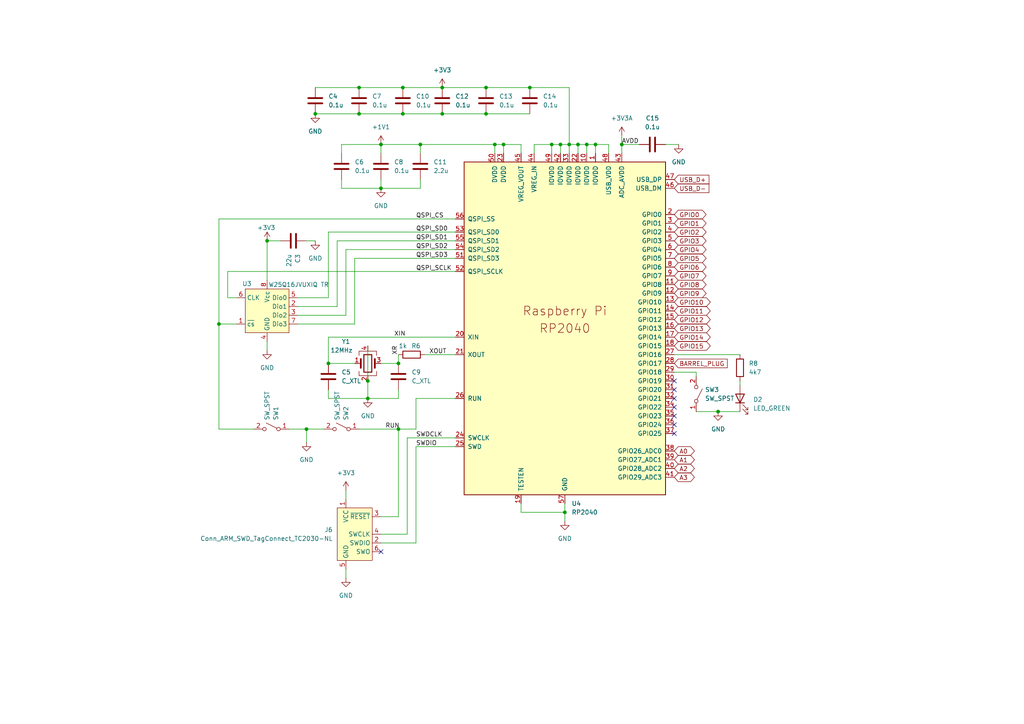
<source format=kicad_sch>
(kicad_sch (version 20231120) (generator "eeschema") (generator_version "8.0")
  (paper "A4")
  (lib_symbols
    (symbol "Connector:Conn_ARM_SWD_TagConnect_TC2030-NL" (in_bom no)
      (property "Reference" "J" (at 2.54 11.43 0))
      (property "Value" "Conn_ARM_SWD_TagConnect_TC2030-NL" (at 2.54 8.89 0))
      (symbol "Conn_ARM_SWD_TagConnect_TC2030-NL_0_0"
        (pin power_in line (at -2.54 10.16 270) (length 2.54) (name "VCC") (number "1"))
        (pin bidirectional line (at 7.62 -2.54 180) (length 2.54) (name "SWDIO") (number "2"))
        (pin open_collector line (at 7.62 5.08 180) (length 2.54) (name "~{RESET}") (number "3"))
        (pin output line (at 7.62 0 180) (length 2.54) (name "SWCLK") (number "4"))
        (pin power_in line (at -2.54 -10.16 90) (length 2.54) (name "GND") (number "5"))
        (pin input line (at 7.62 -5.08 180) (length 2.54) (name "SWO") (number "6"))
      )
      (symbol "Conn_ARM_SWD_TagConnect_TC2030-NL_0_1"
        (rectangle (start -5.08 7.62) (end 5.08 -7.62) (fill (type background)))
      )
    )
    (symbol "Device:C" (pin_numbers hide) (pin_names (offset 0.254))
      (property "Reference" "C" (at 0.635 2.54 0))
      (property "Value" "C" (at 0.635 -2.54 0))
      (symbol "C_0_1"
        (polyline (pts (xy -2.032 -0.762) (xy 2.032 -0.762)) (stroke (width 0.508)))
        (polyline (pts (xy -2.032 0.762) (xy 2.032 0.762)) (stroke (width 0.508)))
      )
      (symbol "C_1_1"
        (pin passive line (at 0 3.81 270) (length 2.794) (name "~") (number "1"))
        (pin passive line (at 0 -3.81 90) (length 2.794) (name "~") (number "2"))
      )
    )
    (symbol "Device:Crystal_GND24" (pin_names (offset 1.016) hide)
      (property "Reference" "Y" (at 3.175 5.08 0))
      (property "Value" "Crystal_GND24" (at 3.175 3.175 0))
      (symbol "Crystal_GND24_0_1"
        (rectangle (start -1.143 2.54) (end 1.143 -2.54) (stroke (width 0.3048)))
        (polyline (pts (xy -2.54 0) (xy -2.032 0)))
        (polyline (pts (xy -2.032 -1.27) (xy -2.032 1.27)) (stroke (width 0.508)))
        (polyline (pts (xy 0 -3.81) (xy 0 -3.556)))
        (polyline (pts (xy 0 3.556) (xy 0 3.81)))
        (polyline (pts (xy 2.032 -1.27) (xy 2.032 1.27)) (stroke (width 0.508)))
        (polyline (pts (xy 2.032 0) (xy 2.54 0)))
        (polyline (pts (xy -2.54 -2.286) (xy -2.54 -3.556) (xy 2.54 -3.556) (xy 2.54 -2.286)))
        (polyline (pts (xy -2.54 2.286) (xy -2.54 3.556) (xy 2.54 3.556) (xy 2.54 2.286)))
      )
      (symbol "Crystal_GND24_1_1"
        (pin passive line (at -3.81 0 0) (length 1.27) (name "1") (number "1"))
        (pin passive line (at 0 5.08 270) (length 1.27) (name "2") (number "2"))
        (pin passive line (at 3.81 0 180) (length 1.27) (name "3") (number "3"))
        (pin passive line (at 0 -5.08 90) (length 1.27) (name "4") (number "4"))
      )
    )
    (symbol "Device:LED" (pin_numbers hide) (pin_names (offset 1.016) hide)
      (property "Reference" "D" (at 0 2.54 0))
      (property "Value" "LED" (at 0 -2.54 0))
      (symbol "LED_0_1"
        (polyline (pts (xy -1.27 -1.27) (xy -1.27 1.27)) (stroke (width 0.254)))
        (polyline (pts (xy -1.27 0) (xy 1.27 0)))
        (polyline (pts (xy 1.27 -1.27) (xy 1.27 1.27) (xy -1.27 0) (xy 1.27 -1.27)) (stroke (width 0.254)))
        (polyline (pts (xy -3.048 -0.762) (xy -4.572 -2.286) (xy -3.81 -2.286) (xy -4.572 -2.286) (xy -4.572 -1.524)))
        (polyline (pts (xy -1.778 -0.762) (xy -3.302 -2.286) (xy -2.54 -2.286) (xy -3.302 -2.286) (xy -3.302 -1.524)))
      )
      (symbol "LED_1_1"
        (pin passive line (at -3.81 0 0) (length 2.54) (name "K") (number "1"))
        (pin passive line (at 3.81 0 180) (length 2.54) (name "A") (number "2"))
      )
    )
    (symbol "Device:R" (pin_numbers hide) (pin_names (offset 0))
      (property "Reference" "R" (at 2.032 0 90))
      (property "Value" "R" (at 0 0 90))
      (symbol "R_0_1"
        (rectangle (start -1.016 -2.54) (end 1.016 2.54) (stroke (width 0.254)))
      )
      (symbol "R_1_1"
        (pin passive line (at 0 3.81 270) (length 1.27) (name "~") (number "1"))
        (pin passive line (at 0 -3.81 90) (length 1.27) (name "~") (number "2"))
      )
    )
    (symbol "MCU_RaspberryPi_and_Boards:256-W25Q16JVUXIQTRCT"
      (property "Reference" "U" (at 14.732 9.144 0))
      (symbol "256-W25Q16JVUXIQTRCT_1_1"
        (rectangle (start -6.35 6.35) (end 6.35 -6.35) (fill (type background)))
        (pin input line (at -8.89 -3.81 0) (length 2.54) (name "~{cs}") (number "1"))
        (pin bidirectional line (at 8.89 1.27 180) (length 2.54) (name "Dio1") (number "2"))
        (pin bidirectional line (at 8.89 -1.27 180) (length 2.54) (name "Dio2") (number "3"))
        (pin power_in line (at 0 -8.89 90) (length 2.54) (name "GND") (number "4"))
        (pin bidirectional line (at 8.89 3.81 180) (length 2.54) (name "Dio0") (number "5"))
        (pin input line (at -8.89 3.81 0) (length 2.54) (name "CLK") (number "6"))
        (pin bidirectional line (at 8.89 -3.81 180) (length 2.54) (name "Dio3") (number "7"))
        (pin power_in line (at 0 8.89 270) (length 2.54) (name "Vcc") (number "8"))
      )
    )
    (symbol "MCU_RaspberryPi_and_Boards:RP2040" (pin_names (offset 1.016))
      (property "Reference" "U" (at -29.21 49.53 0))
      (property "Value" "RP2040" (at 24.13 -49.53 0))
      (symbol "RP2040_0_0"
        (text "Raspberry Pi" (at 0 5.08 0) (effects (font (size 2.54 2.54))))
        (text "RP2040" (at 0 0 0) (effects (font (size 2.54 2.54))))
      )
      (symbol "RP2040_0_1"
        (rectangle (start 29.21 48.26) (end -29.21 -48.26) (stroke (width 0.254)) (fill (type background)))
      )
      (symbol "RP2040_1_1"
        (pin power_in line (at 8.89 50.8 270) (length 2.54) (name "IOVDD") (number "1"))
        (pin power_in line (at 6.35 50.8 270) (length 2.54) (name "IOVDD") (number "10"))
        (pin bidirectional line (at 31.75 12.7 180) (length 2.54) (name "GPIO8") (number "11"))
        (pin bidirectional line (at 31.75 10.16 180) (length 2.54) (name "GPIO9") (number "12"))
        (pin bidirectional line (at 31.75 7.62 180) (length 2.54) (name "GPIO10") (number "13"))
        (pin bidirectional line (at 31.75 5.08 180) (length 2.54) (name "GPIO11") (number "14"))
        (pin bidirectional line (at 31.75 2.54 180) (length 2.54) (name "GPIO12") (number "15"))
        (pin bidirectional line (at 31.75 0 180) (length 2.54) (name "GPIO13") (number "16"))
        (pin bidirectional line (at 31.75 -2.54 180) (length 2.54) (name "GPIO14") (number "17"))
        (pin bidirectional line (at 31.75 -5.08 180) (length 2.54) (name "GPIO15") (number "18"))
        (pin passive line (at -12.7 -50.8 90) (length 2.54) (name "TESTEN") (number "19"))
        (pin bidirectional line (at 31.75 33.02 180) (length 2.54) (name "GPIO0") (number "2"))
        (pin input line (at -31.75 -2.54 0) (length 2.54) (name "XIN") (number "20"))
        (pin passive line (at -31.75 -7.62 0) (length 2.54) (name "XOUT") (number "21"))
        (pin power_in line (at 3.81 50.8 270) (length 2.54) (name "IOVDD") (number "22"))
        (pin power_in line (at -17.78 50.8 270) (length 2.54) (name "DVDD") (number "23"))
        (pin output line (at -31.75 -31.75 0) (length 2.54) (name "SWCLK") (number "24"))
        (pin bidirectional line (at -31.75 -34.29 0) (length 2.54) (name "SWD") (number "25"))
        (pin input line (at -31.75 -20.32 0) (length 2.54) (name "RUN") (number "26"))
        (pin bidirectional line (at 31.75 -7.62 180) (length 2.54) (name "GPIO16") (number "27"))
        (pin bidirectional line (at 31.75 -10.16 180) (length 2.54) (name "GPIO17") (number "28"))
        (pin bidirectional line (at 31.75 -12.7 180) (length 2.54) (name "GPIO18") (number "29"))
        (pin bidirectional line (at 31.75 30.48 180) (length 2.54) (name "GPIO1") (number "3"))
        (pin bidirectional line (at 31.75 -15.24 180) (length 2.54) (name "GPIO19") (number "30"))
        (pin bidirectional line (at 31.75 -17.78 180) (length 2.54) (name "GPIO20") (number "31"))
        (pin bidirectional line (at 31.75 -20.32 180) (length 2.54) (name "GPIO21") (number "32"))
        (pin power_in line (at 1.27 50.8 270) (length 2.54) (name "IOVDD") (number "33"))
        (pin bidirectional line (at 31.75 -22.86 180) (length 2.54) (name "GPIO22") (number "34"))
        (pin bidirectional line (at 31.75 -25.4 180) (length 2.54) (name "GPIO23") (number "35"))
        (pin bidirectional line (at 31.75 -27.94 180) (length 2.54) (name "GPIO24") (number "36"))
        (pin bidirectional line (at 31.75 -30.48 180) (length 2.54) (name "GPIO25") (number "37"))
        (pin bidirectional line (at 31.75 -35.56 180) (length 2.54) (name "GPIO26_ADC0") (number "38"))
        (pin bidirectional line (at 31.75 -38.1 180) (length 2.54) (name "GPIO27_ADC1") (number "39"))
        (pin bidirectional line (at 31.75 27.94 180) (length 2.54) (name "GPIO2") (number "4"))
        (pin bidirectional line (at 31.75 -40.64 180) (length 2.54) (name "GPIO28_ADC2") (number "40"))
        (pin bidirectional line (at 31.75 -43.18 180) (length 2.54) (name "GPIO29_ADC3") (number "41"))
        (pin power_in line (at -1.27 50.8 270) (length 2.54) (name "IOVDD") (number "42"))
        (pin power_in line (at 16.51 50.8 270) (length 2.54) (name "ADC_AVDD") (number "43"))
        (pin power_in line (at -8.89 50.8 270) (length 2.54) (name "VREG_IN") (number "44"))
        (pin power_out line (at -12.7 50.8 270) (length 2.54) (name "VREG_VOUT") (number "45"))
        (pin bidirectional line (at 31.75 40.64 180) (length 2.54) (name "USB_DM") (number "46"))
        (pin bidirectional line (at 31.75 43.18 180) (length 2.54) (name "USB_DP") (number "47"))
        (pin power_in line (at 12.7 50.8 270) (length 2.54) (name "USB_VDD") (number "48"))
        (pin power_in line (at -3.81 50.8 270) (length 2.54) (name "IOVDD") (number "49"))
        (pin bidirectional line (at 31.75 25.4 180) (length 2.54) (name "GPIO3") (number "5"))
        (pin power_in line (at -20.32 50.8 270) (length 2.54) (name "DVDD") (number "50"))
        (pin bidirectional line (at -31.75 20.32 0) (length 2.54) (name "QSPI_SD3") (number "51"))
        (pin output line (at -31.75 16.51 0) (length 2.54) (name "QSPI_SCLK") (number "52"))
        (pin bidirectional line (at -31.75 27.94 0) (length 2.54) (name "QSPI_SD0") (number "53"))
        (pin bidirectional line (at -31.75 22.86 0) (length 2.54) (name "QSPI_SD2") (number "54"))
        (pin bidirectional line (at -31.75 25.4 0) (length 2.54) (name "QSPI_SD1") (number "55"))
        (pin bidirectional line (at -31.75 31.75 0) (length 2.54) (name "QSPI_SS") (number "56"))
        (pin power_in line (at 0 -50.8 90) (length 2.54) (name "GND") (number "57"))
        (pin bidirectional line (at 31.75 22.86 180) (length 2.54) (name "GPIO4") (number "6"))
        (pin bidirectional line (at 31.75 20.32 180) (length 2.54) (name "GPIO5") (number "7"))
        (pin bidirectional line (at 31.75 17.78 180) (length 2.54) (name "GPIO6") (number "8"))
        (pin bidirectional line (at 31.75 15.24 180) (length 2.54) (name "GPIO7") (number "9"))
      )
    )
    (symbol "Switch:SW_SPST" (pin_names (offset 0) hide)
      (property "Reference" "SW" (at 0 3.175 0))
      (property "Value" "SW_SPST" (at 0 -2.54 0))
      (symbol "SW_SPST_0_0"
        (circle (center -2.032 0) (radius 0.508))
        (polyline (pts (xy -1.524 0.254) (xy 1.524 1.778)))
        (circle (center 2.032 0) (radius 0.508))
      )
      (symbol "SW_SPST_1_1"
        (pin passive line (at -5.08 0 0) (length 2.54) (name "A") (number "1"))
        (pin passive line (at 5.08 0 180) (length 2.54) (name "B") (number "2"))
      )
    )
    (symbol "power:+1V1" (power) (pin_names (offset 0))
      (property "Value" "+1V1" (at 0 3.556 0))
      (symbol "+1V1_0_1"
        (polyline (pts (xy -0.762 1.27) (xy 0 2.54)))
        (polyline (pts (xy 0 0) (xy 0 2.54)))
        (polyline (pts (xy 0 2.54) (xy 0.762 1.27)))
      )
      (symbol "+1V1_1_1"
        (pin power_in line (at 0 0 90) (length 0) hide (name "+1V1") (number "1"))
      )
    )
    (symbol "power:+3V3" (power) (pin_names (offset 0))
      (property "Value" "+3V3" (at 0 3.556 0))
      (symbol "+3V3_0_1"
        (polyline (pts (xy -0.762 1.27) (xy 0 2.54)))
        (polyline (pts (xy 0 0) (xy 0 2.54)))
        (polyline (pts (xy 0 2.54) (xy 0.762 1.27)))
      )
      (symbol "+3V3_1_1"
        (pin power_in line (at 0 0 90) (length 0) hide (name "+3V3") (number "1"))
      )
    )
    (symbol "power:GND" (power) (pin_names (offset 0))
      (property "Value" "GND" (at 0 -3.81 0))
      (symbol "GND_0_1"
        (polyline (pts (xy 0 0) (xy 0 -1.27) (xy 1.27 -1.27) (xy 0 -2.54) (xy -1.27 -1.27) (xy 0 -1.27)))
      )
      (symbol "GND_1_1"
        (pin power_in line (at 0 0 270) (length 0) hide (name "GND") (number "1"))
      )
    )
  )
  (junction (at 167.64 41.91))
  (junction (at 153.67 25.4))
  (junction (at 163.83 148.59))
  (junction (at 115.57 124.46))
  (junction (at 146.05 41.91))
  (junction (at 140.97 25.4))
  (junction (at 165.1 41.91))
  (junction (at 95.25 105.41))
  (junction (at 106.68 110.49))
  (junction (at 104.14 33.02))
  (junction (at 106.68 115.57))
  (junction (at 170.18 41.91))
  (junction (at 104.14 25.4))
  (junction (at 63.5 93.98))
  (junction (at 121.92 41.91))
  (junction (at 115.57 105.41))
  (junction (at 143.51 41.91))
  (junction (at 116.84 25.4))
  (junction (at 180.34 41.91))
  (junction (at 160.02 41.91))
  (junction (at 91.44 33.02))
  (junction (at 77.47 69.85))
  (junction (at 208.28 119.38))
  (junction (at 88.9 124.46))
  (junction (at 128.27 25.4))
  (junction (at 162.56 41.91))
  (junction (at 110.49 54.61))
  (junction (at 110.49 41.91))
  (junction (at 140.97 33.02))
  (junction (at 172.72 41.91))
  (junction (at 128.27 33.02))
  (junction (at 116.84 33.02))
  (no_connect (at 110.49 160.02))
  (no_connect (at 195.58 125.73))
  (no_connect (at 195.58 115.57))
  (no_connect (at 195.58 110.49))
  (no_connect (at 195.58 123.19))
  (no_connect (at 195.58 113.03))
  (no_connect (at 195.58 118.11))
  (no_connect (at 195.58 120.65))
  (wire (pts (xy 121.92 41.91) (xy 121.92 44.45)))
  (wire (pts (xy 128.27 33.02) (xy 140.97 33.02)))
  (wire (pts (xy 172.72 41.91) (xy 176.53 41.91)))
  (wire (pts (xy 146.05 44.45) (xy 146.05 41.91)))
  (wire (pts (xy 163.83 146.05) (xy 163.83 148.59)))
  (wire (pts (xy 66.04 78.74) (xy 132.08 78.74)))
  (wire (pts (xy 165.1 25.4) (xy 165.1 41.91)))
  (wire (pts (xy 140.97 25.4) (xy 153.67 25.4)))
  (wire (pts (xy 121.92 54.61) (xy 110.49 54.61)))
  (wire (pts (xy 100.33 91.44) (xy 100.33 72.39)))
  (wire (pts (xy 95.25 67.31) (xy 95.25 86.36)))
  (wire (pts (xy 115.57 105.41) (xy 115.57 102.87)))
  (wire (pts (xy 77.47 101.6) (xy 77.47 99.06)))
  (wire (pts (xy 120.65 129.54) (xy 120.65 157.48)))
  (wire (pts (xy 201.93 107.95) (xy 195.58 107.95)))
  (wire (pts (xy 116.84 25.4) (xy 128.27 25.4)))
  (wire (pts (xy 86.36 91.44) (xy 100.33 91.44)))
  (wire (pts (xy 100.33 142.24) (xy 100.33 144.78)))
  (wire (pts (xy 106.68 115.57) (xy 115.57 115.57)))
  (wire (pts (xy 95.25 97.79) (xy 132.08 97.79)))
  (wire (pts (xy 162.56 41.91) (xy 165.1 41.91)))
  (wire (pts (xy 106.68 100.33) (xy 106.68 110.49)))
  (wire (pts (xy 97.79 88.9) (xy 97.79 69.85)))
  (wire (pts (xy 162.56 41.91) (xy 162.56 44.45)))
  (wire (pts (xy 99.06 41.91) (xy 110.49 41.91)))
  (wire (pts (xy 104.14 124.46) (xy 115.57 124.46)))
  (wire (pts (xy 151.13 146.05) (xy 151.13 148.59)))
  (wire (pts (xy 110.49 157.48) (xy 120.65 157.48)))
  (wire (pts (xy 95.25 105.41) (xy 102.87 105.41)))
  (wire (pts (xy 208.28 119.38) (xy 214.63 119.38)))
  (wire (pts (xy 132.08 127) (xy 118.11 127)))
  (wire (pts (xy 104.14 33.02) (xy 116.84 33.02)))
  (wire (pts (xy 123.19 102.87) (xy 132.08 102.87)))
  (wire (pts (xy 110.49 105.41) (xy 115.57 105.41)))
  (wire (pts (xy 86.36 88.9) (xy 97.79 88.9)))
  (wire (pts (xy 110.49 54.61) (xy 99.06 54.61)))
  (wire (pts (xy 93.98 124.46) (xy 88.9 124.46)))
  (wire (pts (xy 63.5 124.46) (xy 73.66 124.46)))
  (wire (pts (xy 115.57 115.57) (xy 115.57 113.03)))
  (wire (pts (xy 102.87 74.93) (xy 102.87 93.98)))
  (wire (pts (xy 195.58 102.87) (xy 214.63 102.87)))
  (wire (pts (xy 110.49 41.91) (xy 110.49 44.45)))
  (wire (pts (xy 91.44 33.02) (xy 104.14 33.02)))
  (wire (pts (xy 91.44 25.4) (xy 104.14 25.4)))
  (wire (pts (xy 143.51 41.91) (xy 146.05 41.91)))
  (wire (pts (xy 170.18 41.91) (xy 172.72 41.91)))
  (wire (pts (xy 154.94 41.91) (xy 160.02 41.91)))
  (wire (pts (xy 128.27 25.4) (xy 140.97 25.4)))
  (wire (pts (xy 77.47 69.85) (xy 77.47 81.28)))
  (wire (pts (xy 102.87 74.93) (xy 132.08 74.93)))
  (wire (pts (xy 116.84 33.02) (xy 128.27 33.02)))
  (wire (pts (xy 170.18 41.91) (xy 170.18 44.45)))
  (wire (pts (xy 120.65 124.46) (xy 120.65 115.57)))
  (wire (pts (xy 66.04 78.74) (xy 66.04 86.36)))
  (wire (pts (xy 83.82 124.46) (xy 88.9 124.46)))
  (wire (pts (xy 110.49 52.07) (xy 110.49 54.61)))
  (wire (pts (xy 140.97 33.02) (xy 153.67 33.02)))
  (wire (pts (xy 165.1 41.91) (xy 165.1 44.45)))
  (wire (pts (xy 180.34 41.91) (xy 185.42 41.91)))
  (wire (pts (xy 95.25 67.31) (xy 132.08 67.31)))
  (wire (pts (xy 120.65 115.57) (xy 132.08 115.57)))
  (wire (pts (xy 176.53 41.91) (xy 176.53 44.45)))
  (wire (pts (xy 110.49 41.91) (xy 121.92 41.91)))
  (wire (pts (xy 143.51 44.45) (xy 143.51 41.91)))
  (wire (pts (xy 86.36 93.98) (xy 102.87 93.98)))
  (wire (pts (xy 97.79 69.85) (xy 132.08 69.85)))
  (wire (pts (xy 160.02 41.91) (xy 162.56 41.91)))
  (wire (pts (xy 118.11 127) (xy 118.11 154.94)))
  (wire (pts (xy 99.06 52.07) (xy 99.06 54.61)))
  (wire (pts (xy 153.67 25.4) (xy 165.1 25.4)))
  (wire (pts (xy 110.49 149.86) (xy 115.57 149.86)))
  (wire (pts (xy 88.9 124.46) (xy 88.9 128.27)))
  (wire (pts (xy 95.25 115.57) (xy 106.68 115.57)))
  (wire (pts (xy 115.57 124.46) (xy 120.65 124.46)))
  (wire (pts (xy 172.72 41.91) (xy 172.72 44.45)))
  (wire (pts (xy 100.33 72.39) (xy 132.08 72.39)))
  (wire (pts (xy 120.65 129.54) (xy 132.08 129.54)))
  (wire (pts (xy 163.83 151.13) (xy 163.83 148.59)))
  (wire (pts (xy 99.06 44.45) (xy 99.06 41.91)))
  (wire (pts (xy 68.58 86.36) (xy 66.04 86.36)))
  (wire (pts (xy 63.5 63.5) (xy 132.08 63.5)))
  (wire (pts (xy 95.25 105.41) (xy 95.25 97.79)))
  (wire (pts (xy 115.57 149.86) (xy 115.57 124.46)))
  (wire (pts (xy 167.64 41.91) (xy 170.18 41.91)))
  (wire (pts (xy 100.33 167.64) (xy 100.33 165.1)))
  (wire (pts (xy 160.02 44.45) (xy 160.02 41.91)))
  (wire (pts (xy 63.5 93.98) (xy 68.58 93.98)))
  (wire (pts (xy 154.94 44.45) (xy 154.94 41.91)))
  (wire (pts (xy 77.47 69.85) (xy 81.28 69.85)))
  (wire (pts (xy 106.68 110.49) (xy 106.68 115.57)))
  (wire (pts (xy 88.9 69.85) (xy 91.44 69.85)))
  (wire (pts (xy 180.34 39.37) (xy 180.34 41.91)))
  (wire (pts (xy 86.36 86.36) (xy 95.25 86.36)))
  (wire (pts (xy 180.34 41.91) (xy 180.34 44.45)))
  (wire (pts (xy 151.13 41.91) (xy 151.13 44.45)))
  (wire (pts (xy 121.92 41.91) (xy 143.51 41.91)))
  (wire (pts (xy 208.28 119.38) (xy 201.93 119.38)))
  (wire (pts (xy 121.92 52.07) (xy 121.92 54.61)))
  (wire (pts (xy 110.49 154.94) (xy 118.11 154.94)))
  (wire (pts (xy 104.14 25.4) (xy 116.84 25.4)))
  (wire (pts (xy 63.5 63.5) (xy 63.5 93.98)))
  (wire (pts (xy 146.05 41.91) (xy 151.13 41.91)))
  (wire (pts (xy 214.63 111.76) (xy 214.63 110.49)))
  (wire (pts (xy 63.5 93.98) (xy 63.5 124.46)))
  (wire (pts (xy 165.1 41.91) (xy 167.64 41.91)))
  (wire (pts (xy 167.64 41.91) (xy 167.64 44.45)))
  (wire (pts (xy 193.04 41.91) (xy 196.85 41.91)))
  (wire (pts (xy 151.13 148.59) (xy 163.83 148.59)))
  (wire (pts (xy 201.93 109.22) (xy 201.93 107.95)))
  (wire (pts (xy 95.25 113.03) (xy 95.25 115.57)))
  (label "XR" (at 115.57 102.87 90))
  (label "XOUT" (at 124.46 102.87 0))
  (label "AVDD" (at 180.34 41.91 0))
  (label "QSPI_SD1" (at 120.65 69.85 0))
  (label "SWDCLK" (at 120.65 127 0))
  (label "SWDIO" (at 120.65 129.54 0))
  (label "XIN" (at 114.3 97.79 0))
  (label "QSPI_SD3" (at 120.65 74.93 0))
  (label "QSPI_CS" (at 120.65 63.5 0))
  (label "QSPI_SCLK" (at 120.65 78.74 0))
  (label "RUN" (at 111.76 124.46 0))
  (label "QSPI_SD2" (at 120.65 72.39 0))
  (label "QSPI_SD0" (at 120.65 67.31 0))
  (global_label "GPIO0" (shape bidirectional) (at 195.58 62.23 0) (property "Intersheetrefs" "${INTERSHEET_REFS}" (effects (hide yes))))
  (global_label "GPIO12" (shape bidirectional) (at 195.58 92.71 0) (property "Intersheetrefs" "${INTERSHEET_REFS}" (effects (hide yes))))
  (global_label "USB_D+" (shape input) (at 195.58 52.07 0) (property "Intersheetrefs" "${INTERSHEET_REFS}" (effects (hide yes))))
  (global_label "GPIO4" (shape bidirectional) (at 195.58 72.39 0) (property "Intersheetrefs" "${INTERSHEET_REFS}" (effects (hide yes))))
  (global_label "GPIO11" (shape bidirectional) (at 195.58 90.17 0) (property "Intersheetrefs" "${INTERSHEET_REFS}" (effects (hide yes))))
  (global_label "GPIO2" (shape bidirectional) (at 195.58 67.31 0) (property "Intersheetrefs" "${INTERSHEET_REFS}" (effects (hide yes))))
  (global_label "A1" (shape bidirectional) (at 195.58 133.35 0) (property "Intersheetrefs" "${INTERSHEET_REFS}" (effects (hide yes))))
  (global_label "GPIO13" (shape bidirectional) (at 195.58 95.25 0) (property "Intersheetrefs" "${INTERSHEET_REFS}" (effects (hide yes))))
  (global_label "GPIO3" (shape bidirectional) (at 195.58 69.85 0) (property "Intersheetrefs" "${INTERSHEET_REFS}" (effects (hide yes))))
  (global_label "A0" (shape bidirectional) (at 195.58 130.81 0) (property "Intersheetrefs" "${INTERSHEET_REFS}" (effects (hide yes))))
  (global_label "GPIO1" (shape bidirectional) (at 195.58 64.77 0) (property "Intersheetrefs" "${INTERSHEET_REFS}" (effects (hide yes))))
  (global_label "GPIO7" (shape bidirectional) (at 195.58 80.01 0) (property "Intersheetrefs" "${INTERSHEET_REFS}" (effects (hide yes))))
  (global_label "A2" (shape bidirectional) (at 195.58 135.89 0) (property "Intersheetrefs" "${INTERSHEET_REFS}" (effects (hide yes))))
  (global_label "GPIO9" (shape bidirectional) (at 195.58 85.09 0) (property "Intersheetrefs" "${INTERSHEET_REFS}" (effects (hide yes))))
  (global_label "GPIO8" (shape bidirectional) (at 195.58 82.55 0) (property "Intersheetrefs" "${INTERSHEET_REFS}" (effects (hide yes))))
  (global_label "GPIO14" (shape bidirectional) (at 195.58 97.79 0) (property "Intersheetrefs" "${INTERSHEET_REFS}" (effects (hide yes))))
  (global_label "GPIO5" (shape bidirectional) (at 195.58 74.93 0) (property "Intersheetrefs" "${INTERSHEET_REFS}" (effects (hide yes))))
  (global_label "A3" (shape bidirectional) (at 195.58 138.43 0) (property "Intersheetrefs" "${INTERSHEET_REFS}" (effects (hide yes))))
  (global_label "GPIO15" (shape bidirectional) (at 195.58 100.33 0) (property "Intersheetrefs" "${INTERSHEET_REFS}" (effects (hide yes))))
  (global_label "GPIO6" (shape bidirectional) (at 195.58 77.47 0) (property "Intersheetrefs" "${INTERSHEET_REFS}" (effects (hide yes))))
  (global_label "GPIO10" (shape bidirectional) (at 195.58 87.63 0) (property "Intersheetrefs" "${INTERSHEET_REFS}" (effects (hide yes))))
  (global_label "BARREL_PLUG" (shape input) (at 195.58 105.41 0) (property "Intersheetrefs" "${INTERSHEET_REFS}" (effects (hide yes))))
  (global_label "USB_D-" (shape input) (at 195.58 54.61 0) (property "Intersheetrefs" "${INTERSHEET_REFS}" (effects (hide yes))))
  (symbol (lib_id "power:GND") (at 100.33 167.64 0) (unit 1)
    (property "Reference" "#PWR015" (effects (hide yes)))
    (property "Value" "GND" (at 100.33 172.72 0))
    (property "Description" "Power symbol creates a global label with name \"GND\" , ground" (effects (hide yes)))
  )
  (symbol (lib_id "Switch:SW_SPST") (at 201.93 114.3 270) (mirror x) (unit 1)
    (property "Reference" "SW3" (at 204.47 113.0299 90) (effects (justify left)))
    (property "Value" "SW_SPST" (at 204.47 115.5699 90) (effects (justify left)))
    (property "Footprint" "BreadboardBuddy:SW_SPST_3.3x3.1" (effects (hide yes)))
    (property "DPN" "1642-LS38J2F-TCT-ND" (effects (hide yes)))
    (property "MPN" "LS38J2F-T" (effects (hide yes)))
  )
  (symbol (lib_id "Device:Crystal_GND24") (at 106.68 105.41 0) (mirror x) (unit 1)
    (property "Reference" "Y1" (at 100.33 99.06 0))
    (property "Value" "12MHz" (at 99.06 101.6 0))
    (property "Footprint" "Crystal:Crystal_SMD_3225-4Pin_3.2x2.5mm" (effects (hide yes)))
    (property "DPN" "2151-RH100-12.000-12-1010-X-TR-NS2CT-ND" (effects (hide yes)))
    (property "MPN" "RH100-12.000-12-1010-X-TR-NS2" (effects (hide yes)))
  )
  (symbol (lib_id "Device:C") (at 128.27 29.21 0) (unit 1)
    (property "Reference" "C12" (at 132.08 27.94 0) (effects (justify left)))
    (property "Value" "0.1u" (at 132.08 30.48 0) (effects (justify left)))
    (property "Footprint" "Capacitor_SMD:C_0603_1608Metric" (effects (hide yes)))
    (property "DPN" "1276-1938-1-ND" (effects (hide yes)))
    (property "MPN" "CL10B104KO8NFNC" (effects (hide yes)))
  )
  (symbol (lib_id "Switch:SW_SPST") (at 99.06 124.46 0) (mirror y) (unit 1)
    (property "Reference" "SW2" (at 100.33 121.92 90) (effects (justify left)))
    (property "Value" "SW_SPST" (at 97.79 121.92 90) (effects (justify left)))
    (property "Footprint" "BreadboardBuddy:SW_SPST_3.3x3.1" (effects (hide yes)))
    (property "DPN" "1642-LS38J2F-TCT-ND" (effects (hide yes)))
    (property "MPN" "LS38J2F-T" (effects (hide yes)))
  )
  (symbol (lib_id "power:+3V3") (at 180.34 39.37 0) (unit 1)
    (property "Reference" "#PWR023" (effects (hide yes)))
    (property "Value" "+3V3A" (at 180.34 34.29 0))
    (property "Description" "Power symbol creates a global label with name \"+3V3\"" (effects (hide yes)))
  )
  (symbol (lib_id "Device:C") (at 115.57 109.22 0) (unit 1)
    (property "Reference" "C9" (at 119.38 107.95 0) (effects (justify left)))
    (property "Value" "C_XTL" (at 119.38 110.49 0) (effects (justify left)))
    (property "Footprint" "Capacitor_SMD:C_0603_1608Metric" (effects (hide yes)))
    (property "DPN" "1292-1487-1-ND" (effects (hide yes)))
    (property "MPN" "0603N150J500CT" (effects (hide yes)))
  )
  (symbol (lib_id "MCU_RaspberryPi_and_Boards:RP2040") (at 163.83 95.25 0) (unit 1)
    (property "Reference" "U4" (at 165.7859 146.05 0) (effects (justify left)))
    (property "Value" "RP2040" (at 165.7859 148.59 0) (effects (justify left)))
    (property "Footprint" "Package_DFN_QFN:QFN-56-1EP_7x7mm_P0.4mm_EP3.2x3.2mm_ThermalVias" (effects (hide yes)))
    (property "DPN" "2648-SC0914(13)CT-ND" (effects (hide yes)))
    (property "MPN" "SC0914(13)" (effects (hide yes)))
  )
  (symbol (lib_id "Device:R") (at 214.63 106.68 180) (unit 1)
    (property "Reference" "R8" (at 217.17 105.4099 0) (effects (justify right)))
    (property "Value" "4k7" (at 217.17 107.9499 0) (effects (justify right)))
    (property "Footprint" "Resistor_SMD:R_0603_1608Metric" (effects (hide yes)))
    (property "DPN" "RMCF0603FT470RCT-ND" (effects (hide yes)))
    (property "MPN" "RMCF0603FT470R" (effects (hide yes)))
  )
  (symbol (lib_id "power:GND") (at 208.28 119.38 0) (unit 1)
    (property "Reference" "#PWR040" (effects (hide yes)))
    (property "Value" "GND" (at 208.28 124.46 0))
    (property "Description" "Power symbol creates a global label with name \"GND\" , ground" (effects (hide yes)))
  )
  (symbol (lib_id "Device:C") (at 110.49 48.26 0) (unit 1)
    (property "Reference" "C8" (at 114.3 46.99 0) (effects (justify left)))
    (property "Value" "0.1u" (at 114.3 49.53 0) (effects (justify left)))
    (property "Footprint" "Capacitor_SMD:C_0603_1608Metric" (effects (hide yes)))
    (property "DPN" "1276-1938-1-ND" (effects (hide yes)))
    (property "MPN" "CL10B104KO8NFNC" (effects (hide yes)))
  )
  (symbol (lib_id "power:GND") (at 163.83 151.13 0) (unit 1)
    (property "Reference" "#PWR021" (effects (hide yes)))
    (property "Value" "GND" (at 163.83 156.21 0))
  )
  (symbol (lib_id "power:GND") (at 91.44 69.85 0) (unit 1)
    (property "Reference" "#PWR013" (effects (hide yes)))
    (property "Value" "GND" (at 91.44 74.93 0))
    (property "Description" "Power symbol creates a global label with name \"GND\" , ground" (effects (hide yes)))
  )
  (symbol (lib_id "Device:C") (at 95.25 109.22 0) (unit 1)
    (property "Reference" "C5" (at 99.06 107.95 0) (effects (justify left)))
    (property "Value" "C_XTL" (at 99.06 110.49 0) (effects (justify left)))
    (property "Footprint" "Capacitor_SMD:C_0603_1608Metric" (effects (hide yes)))
    (property "DPN" "1292-1487-1-ND" (effects (hide yes)))
    (property "MPN" "0603N150J500CT" (effects (hide yes)))
  )
  (symbol (lib_id "Device:C") (at 189.23 41.91 90) (unit 1)
    (property "Reference" "C15" (at 189.23 34.29 90))
    (property "Value" "0.1u" (at 189.23 36.83 90))
    (property "Footprint" "Capacitor_SMD:C_0603_1608Metric" (effects (hide yes)))
    (property "DPN" "1276-1938-1-ND" (effects (hide yes)))
    (property "MPN" "CL10B104KO8NFNC" (effects (hide yes)))
  )
  (symbol (lib_id "power:+3V3") (at 77.47 69.85 0) (unit 1)
    (property "Reference" "#PWR04" (effects (hide yes)))
    (property "Value" "+3V3" (at 77.216 66.04 0))
  )
  (symbol (lib_id "power:GND") (at 106.68 115.57 0) (unit 1)
    (property "Reference" "#PWR016" (effects (hide yes)))
    (property "Value" "GND" (at 106.68 120.65 0))
  )
  (symbol (lib_id "Device:C") (at 121.92 48.26 0) (unit 1)
    (property "Reference" "C11" (at 125.73 46.99 0) (effects (justify left)))
    (property "Value" "2.2u" (at 125.73 49.53 0) (effects (justify left)))
    (property "Footprint" "Capacitor_SMD:C_0603_1608Metric" (effects (hide yes)))
    (property "DPN" "1276-1085-1-ND" (effects (hide yes)))
    (property "MPN" "CL10A225KP8NNNC" (effects (hide yes)))
  )
  (symbol (lib_id "power:GND") (at 88.9 128.27 0) (unit 1)
    (property "Reference" "#PWR011" (effects (hide yes)))
    (property "Value" "GND" (at 88.9 133.35 0))
  )
  (symbol (lib_id "power:GND") (at 91.44 33.02 0) (unit 1)
    (property "Reference" "#PWR012" (effects (hide yes)))
    (property "Value" "GND" (at 91.44 38.1 0))
  )
  (symbol (lib_id "Connector:Conn_ARM_SWD_TagConnect_TC2030-NL") (at 102.87 154.94 0) (unit 1) (in_bom no)
    (property "Reference" "J6" (at 96.52 153.6699 0) (effects (justify right)))
    (property "Value" "Conn_ARM_SWD_TagConnect_TC2030-NL" (at 96.52 156.2099 0) (effects (justify right)))
    (property "Footprint" "Connector:Tag-Connect_TC2030-IDC-NL_2x03_P1.27mm_Vertical" (effects (hide yes)))
    (property "Datasheet" "https://www.tag-connect.com/wp-content/uploads/bsk-pdf-manager/TC2030-CTX_1.pdf" (effects (hide yes)))
    (property "Description" "Tag-Connect ARM Cortex SWD JTAG connector, 6 pin, no legs" (effects (hide yes)))
  )
  (symbol (lib_id "Switch:SW_SPST") (at 78.74 124.46 0) (mirror y) (unit 1)
    (property "Reference" "SW1" (at 80.01 121.92 90) (effects (justify left)))
    (property "Value" "SW_SPST" (at 77.47 121.92 90) (effects (justify left)))
    (property "Footprint" "BreadboardBuddy:SW_SPST_3.3x3.1" (effects (hide yes)))
    (property "DPN" "1642-LS38J2F-TCT-ND" (effects (hide yes)))
    (property "MPN" "LS38J2F-T" (effects (hide yes)))
  )
  (symbol (lib_id "Device:C") (at 116.84 29.21 0) (unit 1)
    (property "Reference" "C10" (at 120.65 27.94 0) (effects (justify left)))
    (property "Value" "0.1u" (at 120.65 30.48 0) (effects (justify left)))
    (property "Footprint" "Capacitor_SMD:C_0603_1608Metric" (effects (hide yes)))
    (property "DPN" "1276-1938-1-ND" (effects (hide yes)))
    (property "MPN" "CL10B104KO8NFNC" (effects (hide yes)))
  )
  (symbol (lib_id "Device:C") (at 140.97 29.21 0) (unit 1)
    (property "Reference" "C13" (at 144.78 27.94 0) (effects (justify left)))
    (property "Value" "0.1u" (at 144.78 30.48 0) (effects (justify left)))
    (property "Footprint" "Capacitor_SMD:C_0603_1608Metric" (effects (hide yes)))
    (property "DPN" "1276-1938-1-ND" (effects (hide yes)))
    (property "MPN" "CL10B104KO8NFNC" (effects (hide yes)))
  )
  (symbol (lib_id "Device:C") (at 85.09 69.85 270) (unit 1)
    (property "Reference" "C3" (at 86.36 73.66 0) (effects (justify left)))
    (property "Value" "22u" (at 83.82 73.66 0) (effects (justify left)))
    (property "Footprint" "Capacitor_SMD:C_0603_1608Metric" (effects (hide yes)))
    (property "DPN" "490-7611-1-ND" (effects (hide yes)))
    (property "MPN" "GRM188R60J226MEA0D" (effects (hide yes)))
  )
  (symbol (lib_id "MCU_RaspberryPi_and_Boards:256-W25Q16JVUXIQTRCT") (at 77.47 90.17 0) (unit 1)
    (property "Reference" "U3" (at 71.628 82.296 0))
    (property "Value" "W25Q16JVUXIQ TR" (at 86.614 82.55 0))
    (property "Footprint" "BreadboardBuddy:8-UFDFN" (effects (hide yes)))
    (property "DPN" "256-W25Q16JVUXIQTRCT-ND" (effects (hide yes)))
    (property "MPN" "W25Q16JVUXIQ TR" (effects (hide yes)))
  )
  (symbol (lib_id "power:GND") (at 77.47 101.6 0) (unit 1)
    (property "Reference" "#PWR010" (effects (hide yes)))
    (property "Value" "GND" (at 77.47 106.68 0))
  )
  (symbol (lib_id "power:+1V1") (at 110.49 41.91 0) (unit 1)
    (property "Reference" "#PWR017" (effects (hide yes)))
    (property "Value" "+1V1" (at 110.49 36.83 0))
  )
  (symbol (lib_id "Device:C") (at 104.14 29.21 0) (unit 1)
    (property "Reference" "C7" (at 107.95 27.94 0) (effects (justify left)))
    (property "Value" "0.1u" (at 107.95 30.48 0) (effects (justify left)))
    (property "Footprint" "Capacitor_SMD:C_0603_1608Metric" (effects (hide yes)))
    (property "DPN" "1276-1938-1-ND" (effects (hide yes)))
    (property "MPN" "CL10B104KO8NFNC" (effects (hide yes)))
  )
  (symbol (lib_id "Device:C") (at 99.06 48.26 0) (unit 1)
    (property "Reference" "C6" (at 102.87 46.99 0) (effects (justify left)))
    (property "Value" "0.1u" (at 102.87 49.53 0) (effects (justify left)))
    (property "Footprint" "Capacitor_SMD:C_0603_1608Metric" (effects (hide yes)))
    (property "DPN" "1276-1938-1-ND" (effects (hide yes)))
    (property "MPN" "CL10B104KO8NFNC" (effects (hide yes)))
  )
  (symbol (lib_id "Device:LED") (at 214.63 115.57 90) (unit 1)
    (property "Reference" "D2" (at 218.44 115.8874 90) (effects (justify right)))
    (property "Value" "LED_GREEN" (at 218.44 118.4274 90) (effects (justify right)))
    (property "Footprint" "LED_SMD:LED_0603_1608Metric" (effects (hide yes)))
    (property "DPN" "3147-B1911PG--20D000514U1930CT-ND" (effects (hide yes)))
    (property "MPN" "B1911PG--20D000514U1930" (effects (hide yes)))
  )
  (symbol (lib_id "power:GND") (at 110.49 54.61 0) (unit 1)
    (property "Reference" "#PWR018" (effects (hide yes)))
    (property "Value" "GND" (at 110.49 59.69 0))
  )
  (symbol (lib_id "power:GND") (at 196.85 41.91 0) (unit 1)
    (property "Reference" "#PWR029" (effects (hide yes)))
    (property "Value" "GND" (at 196.85 46.99 0))
  )
  (symbol (lib_id "Device:C") (at 91.44 29.21 0) (unit 1)
    (property "Reference" "C4" (at 95.25 27.94 0) (effects (justify left)))
    (property "Value" "0.1u" (at 95.25 30.48 0) (effects (justify left)))
    (property "Footprint" "Capacitor_SMD:C_0603_1608Metric" (effects (hide yes)))
    (property "DPN" "1276-1938-1-ND" (effects (hide yes)))
    (property "MPN" "CL10B104KO8NFNC" (effects (hide yes)))
  )
  (symbol (lib_id "power:+3V3") (at 128.27 25.4 0) (unit 1)
    (property "Reference" "#PWR019" (effects (hide yes)))
    (property "Value" "+3V3" (at 128.27 20.32 0))
  )
  (symbol (lib_id "power:+3V3") (at 100.33 142.24 0) (unit 1)
    (property "Reference" "#PWR014" (effects (hide yes)))
    (property "Value" "+3V3" (at 100.33 137.16 0))
    (property "Description" "Power symbol creates a global label with name \"+3V3\"" (effects (hide yes)))
  )
  (symbol (lib_id "Device:C") (at 153.67 29.21 0) (unit 1)
    (property "Reference" "C14" (at 157.48 27.94 0) (effects (justify left)))
    (property "Value" "0.1u" (at 157.48 30.48 0) (effects (justify left)))
    (property "Footprint" "Capacitor_SMD:C_0603_1608Metric" (effects (hide yes)))
    (property "DPN" "1276-1938-1-ND" (effects (hide yes)))
    (property "MPN" "CL10B104KO8NFNC" (effects (hide yes)))
  )
  (symbol (lib_id "Device:R") (at 119.38 102.87 90) (mirror x) (unit 1)
    (property "Reference" "R6" (at 120.65 100.33 90))
    (property "Value" "1k" (at 116.84 100.33 90))
    (property "Footprint" "Resistor_SMD:R_0603_1608Metric" (effects (hide yes)))
    (property "DPN" "RMCF0603FT1K00CT-ND" (effects (hide yes)))
    (property "MPN" "RMCF0603FT1K00" (effects (hide yes)))
  )
)
</source>
